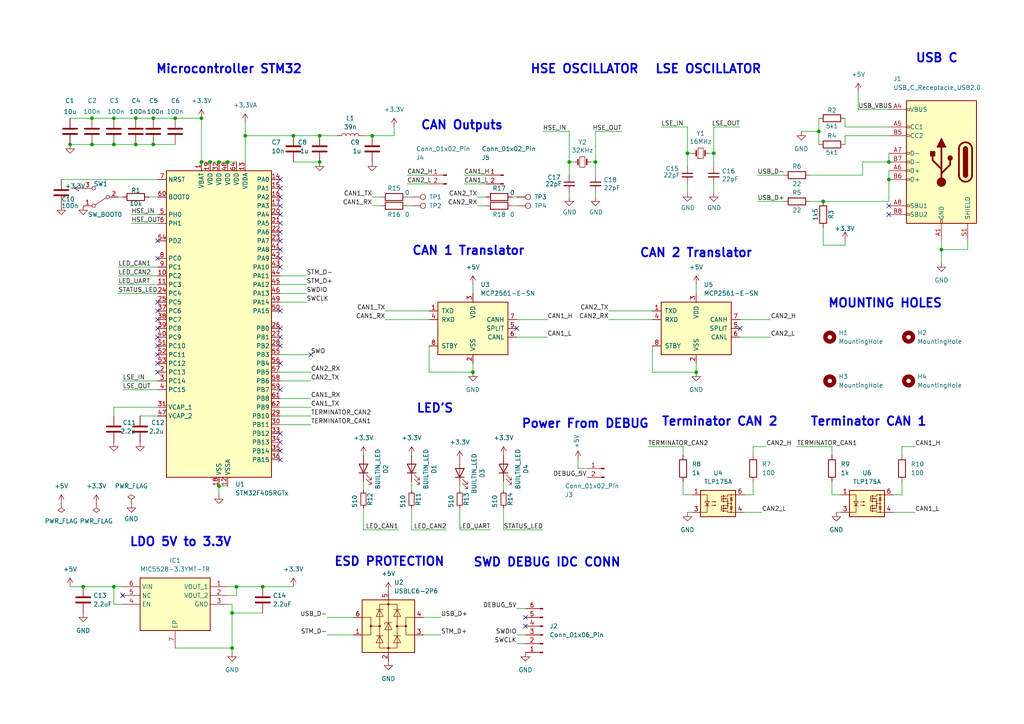
<source format=kicad_sch>
(kicad_sch (version 20230121) (generator eeschema)
  (paper "A4")
  (title_block (title "USB2CAN- CAN TO UART TRANSLATION") (date "2024-01-10") (rev "0.2") (company "Gdańsk PGRacingTeam") (comment 1 "Karol Pergoł") (comment 2 "Mieszko Celiński"))
  (junction (at 92.71 39.37))
  (junction (at 58.42 46.99))
  (junction (at 165.1 46.99))
  (junction (at 67.31 177.8))
  (junction (at 76.2 170.18))
  (junction (at 26.67 34.29))
  (junction (at 137.16 107.95))
  (junction (at 58.42 34.29))
  (junction (at 257.81 52.07))
  (junction (at 60.96 46.99))
  (junction (at 107.95 39.37))
  (junction (at 92.71 46.99))
  (junction (at 67.31 187.96))
  (junction (at 238.76 58.42))
  (junction (at 39.37 34.29))
  (junction (at 66.04 46.99))
  (junction (at 68.58 170.18))
  (junction (at 63.5 140.97))
  (junction (at 33.02 41.91))
  (junction (at 44.45 41.91))
  (junction (at 33.02 34.29))
  (junction (at 26.67 41.91))
  (junction (at 50.8 34.29))
  (junction (at 85.09 39.37))
  (junction (at 207.01 44.45))
  (junction (at 201.93 107.95))
  (junction (at 20.32 41.91))
  (junction (at 44.45 34.29))
  (junction (at 172.72 46.99))
  (junction (at 237.49 38.1))
  (junction (at 39.37 41.91))
  (junction (at 33.02 170.18))
  (junction (at 257.81 46.99))
  (junction (at 71.12 39.37))
  (junction (at 273.05 72.39))
  (junction (at 24.13 170.18))
  (junction (at 199.39 44.45))
  (junction (at 63.5 46.99))
  (no_connect (at 81.28 54.61))
  (no_connect (at 45.72 87.63))
  (no_connect (at 257.81 59.69))
  (no_connect (at 45.72 107.95))
  (no_connect (at 81.28 72.39))
  (no_connect (at 45.72 100.33))
  (no_connect (at 81.28 113.03))
  (no_connect (at 81.28 133.35))
  (no_connect (at 81.28 100.33))
  (no_connect (at 45.72 90.17))
  (no_connect (at 81.28 128.27))
  (no_connect (at 81.28 64.77))
  (no_connect (at 81.28 52.07))
  (no_connect (at 45.72 97.79))
  (no_connect (at 45.72 92.71))
  (no_connect (at 81.28 105.41))
  (no_connect (at 35.56 172.72))
  (no_connect (at 81.28 97.79))
  (no_connect (at 81.28 67.31))
  (no_connect (at 214.63 95.25))
  (no_connect (at 81.28 62.23))
  (no_connect (at 45.72 95.25))
  (no_connect (at 45.72 105.41))
  (no_connect (at 152.4 181.61))
  (no_connect (at 81.28 69.85))
  (no_connect (at 45.72 102.87))
  (no_connect (at 152.4 179.07))
  (no_connect (at 90.17 102.87))
  (no_connect (at 81.28 90.17))
  (no_connect (at 81.28 130.81))
  (no_connect (at 81.28 74.93))
  (no_connect (at 81.28 77.47))
  (no_connect (at 257.81 62.23))
  (no_connect (at 81.28 57.15))
  (no_connect (at 81.28 125.73))
  (no_connect (at 45.72 69.85))
  (no_connect (at 81.28 95.25))
  (no_connect (at 45.72 74.93))
  (no_connect (at 149.86 95.25))
  (no_connect (at 81.28 59.69))
  (wire (pts (xy 137.16 107.95) (xy 124.46 107.95)))
  (wire (pts (xy 200.66 143.51) (xy 198.12 143.51)))
  (wire (pts (xy 172.72 46.99) (xy 172.72 38.1)))
  (wire (pts (xy 85.09 46.99) (xy 92.71 46.99)))
  (wire (pts (xy 105.41 39.37) (xy 107.95 39.37)))
  (wire (pts (xy 81.28 80.01) (xy 88.9 80.01)))
  (wire (pts (xy 33.02 175.26) (xy 33.02 170.18)))
  (wire (pts (xy 149.86 92.71) (xy 158.75 92.71)))
  (wire (pts (xy 40.64 120.65) (xy 45.72 120.65)))
  (wire (pts (xy 245.11 71.12) (xy 245.11 69.85)))
  (wire (pts (xy 92.71 39.37) (xy 97.79 39.37)))
  (wire (pts (xy 133.35 153.67) (xy 142.24 153.67)))
  (wire (pts (xy 35.56 110.49) (xy 45.72 110.49)))
  (wire (pts (xy 33.02 34.29) (xy 39.37 34.29)))
  (wire (pts (xy 76.2 170.18) (xy 85.09 170.18)))
  (wire (pts (xy 133.35 147.32) (xy 133.35 153.67)))
  (wire (pts (xy 170.18 135.89) (xy 167.64 135.89)))
  (wire (pts (xy 191.77 36.83) (xy 199.39 36.83)))
  (wire (pts (xy 172.72 38.1) (xy 180.34 38.1)))
  (wire (pts (xy 68.58 170.18) (xy 76.2 170.18)))
  (wire (pts (xy 218.44 139.7) (xy 218.44 143.51)))
  (wire (pts (xy 214.63 97.79) (xy 223.52 97.79)))
  (wire (pts (xy 45.72 82.55) (xy 34.29 82.55)))
  (wire (pts (xy 63.5 140.97) (xy 66.04 140.97)))
  (wire (pts (xy 214.63 92.71) (xy 223.52 92.71)))
  (wire (pts (xy 111.76 90.17) (xy 124.46 90.17)))
  (wire (pts (xy 166.37 46.99) (xy 165.1 46.99)))
  (wire (pts (xy 172.72 55.88) (xy 172.72 57.15)))
  (wire (pts (xy 149.86 176.53) (xy 152.4 176.53)))
  (wire (pts (xy 257.81 44.45) (xy 257.81 46.99)))
  (wire (pts (xy 26.67 34.29) (xy 33.02 34.29)))
  (wire (pts (xy 257.81 31.75) (xy 248.92 31.75)))
  (wire (pts (xy 38.1 62.23) (xy 45.72 62.23)))
  (wire (pts (xy 207.01 53.34) (xy 207.01 55.88)))
  (wire (pts (xy 138.43 57.15) (xy 140.97 57.15)))
  (wire (pts (xy 146.05 139.7) (xy 146.05 142.24)))
  (wire (pts (xy 201.93 82.55) (xy 201.93 85.09)))
  (wire (pts (xy 245.11 71.12) (xy 238.76 71.12)))
  (wire (pts (xy 94.869 184.15) (xy 102.489 184.15)))
  (wire (pts (xy 71.12 39.37) (xy 71.12 46.99)))
  (wire (pts (xy 257.81 58.42) (xy 257.81 52.07)))
  (wire (pts (xy 124.46 107.95) (xy 124.46 100.33)))
  (wire (pts (xy 219.71 58.42) (xy 227.33 58.42)))
  (wire (pts (xy 176.53 92.71) (xy 189.23 92.71)))
  (wire (pts (xy 24.13 170.18) (xy 33.02 170.18)))
  (wire (pts (xy 68.58 170.18) (xy 68.58 172.72)))
  (wire (pts (xy 81.28 102.87) (xy 90.17 102.87)))
  (wire (pts (xy 257.81 39.37) (xy 245.11 39.37)))
  (wire (pts (xy 107.95 39.37) (xy 114.3 39.37)))
  (wire (pts (xy 35.56 113.03) (xy 45.72 113.03)))
  (wire (pts (xy 238.76 58.42) (xy 257.81 58.42)))
  (wire (pts (xy 218.44 132.08) (xy 218.44 129.54)))
  (wire (pts (xy 94.869 179.07) (xy 102.489 179.07)))
  (wire (pts (xy 137.16 105.41) (xy 137.16 107.95)))
  (wire (pts (xy 234.95 58.42) (xy 238.76 58.42)))
  (wire (pts (xy 232.41 38.1) (xy 237.49 38.1)))
  (wire (pts (xy 241.3 139.7) (xy 241.3 143.51)))
  (wire (pts (xy 119.38 153.67) (xy 129.54 153.67)))
  (wire (pts (xy 261.62 139.7) (xy 261.62 143.51)))
  (wire (pts (xy 67.31 175.26) (xy 67.31 177.8)))
  (wire (pts (xy 111.76 92.71) (xy 124.46 92.71)))
  (wire (pts (xy 234.95 50.8) (xy 250.19 50.8)))
  (wire (pts (xy 261.62 129.54) (xy 265.43 129.54)))
  (wire (pts (xy 118.11 50.8) (xy 124.46 50.8)))
  (wire (pts (xy 118.11 59.69) (xy 119.38 59.69)))
  (wire (pts (xy 245.11 39.37) (xy 245.11 41.91)))
  (wire (pts (xy 44.45 34.29) (xy 50.8 34.29)))
  (wire (pts (xy 149.86 57.15) (xy 148.59 57.15)))
  (wire (pts (xy 20.32 41.91) (xy 26.67 41.91)))
  (wire (pts (xy 67.31 187.96) (xy 67.31 189.23)))
  (wire (pts (xy 66.04 46.99) (xy 68.58 46.99)))
  (wire (pts (xy 171.45 46.99) (xy 172.72 46.99)))
  (wire (pts (xy 105.41 153.67) (xy 115.57 153.67)))
  (wire (pts (xy 105.41 139.7) (xy 105.41 142.24)))
  (wire (pts (xy 105.41 147.32) (xy 105.41 153.67)))
  (wire (pts (xy 261.62 132.08) (xy 261.62 129.54)))
  (wire (pts (xy 119.38 147.32) (xy 119.38 153.67)))
  (wire (pts (xy 242.57 148.59) (xy 243.84 148.59)))
  (wire (pts (xy 66.04 172.72) (xy 68.58 172.72)))
  (wire (pts (xy 118.11 53.34) (xy 124.46 53.34)))
  (wire (pts (xy 273.05 72.39) (xy 280.67 72.39)))
  (wire (pts (xy 241.3 132.08) (xy 241.3 129.54)))
  (wire (pts (xy 259.08 143.51) (xy 261.62 143.51)))
  (wire (pts (xy 165.1 46.99) (xy 165.1 50.8)))
  (wire (pts (xy 81.28 120.65) (xy 90.17 120.65)))
  (wire (pts (xy 237.49 38.1) (xy 237.49 41.91)))
  (wire (pts (xy 259.08 148.59) (xy 265.43 148.59)))
  (wire (pts (xy 58.42 46.99) (xy 60.96 46.99)))
  (wire (pts (xy 34.29 85.09) (xy 45.72 85.09)))
  (wire (pts (xy 176.53 90.17) (xy 189.23 90.17)))
  (wire (pts (xy 26.67 41.91) (xy 33.02 41.91)))
  (wire (pts (xy 237.49 38.1) (xy 237.49 34.29)))
  (wire (pts (xy 38.1 64.77) (xy 45.72 64.77)))
  (wire (pts (xy 280.67 72.39) (xy 280.67 69.85)))
  (wire (pts (xy 231.14 129.54) (xy 241.3 129.54)))
  (wire (pts (xy 71.12 35.56) (xy 71.12 39.37)))
  (wire (pts (xy 205.74 44.45) (xy 207.01 44.45)))
  (wire (pts (xy 133.35 140.97) (xy 133.35 142.24)))
  (wire (pts (xy 215.9 143.51) (xy 218.44 143.51)))
  (wire (pts (xy 60.96 46.99) (xy 63.5 46.99)))
  (wire (pts (xy 165.1 55.88) (xy 165.1 57.15)))
  (wire (pts (xy 172.72 46.99) (xy 172.72 50.8)))
  (wire (pts (xy 107.95 57.15) (xy 110.49 57.15)))
  (wire (pts (xy 81.28 82.55) (xy 88.9 82.55)))
  (wire (pts (xy 165.1 46.99) (xy 165.1 38.1)))
  (wire (pts (xy 215.9 148.59) (xy 220.98 148.59)))
  (wire (pts (xy 33.02 118.11) (xy 45.72 118.11)))
  (wire (pts (xy 81.28 87.63) (xy 88.9 87.63)))
  (wire (pts (xy 50.8 34.29) (xy 58.42 34.29)))
  (wire (pts (xy 149.86 97.79) (xy 158.75 97.79)))
  (wire (pts (xy 58.42 34.29) (xy 58.42 46.99)))
  (wire (pts (xy 20.32 170.18) (xy 24.13 170.18)))
  (wire (pts (xy 122.809 179.07) (xy 127.889 179.07)))
  (wire (pts (xy 250.19 46.99) (xy 257.81 46.99)))
  (wire (pts (xy 149.86 186.69) (xy 152.4 186.69)))
  (wire (pts (xy 207.01 36.83) (xy 214.63 36.83)))
  (wire (pts (xy 67.31 177.8) (xy 67.31 187.96)))
  (wire (pts (xy 167.64 135.89) (xy 167.64 133.35)))
  (wire (pts (xy 245.11 34.29) (xy 245.11 36.83)))
  (wire (pts (xy 35.56 175.26) (xy 33.02 175.26)))
  (wire (pts (xy 114.3 36.83) (xy 114.3 39.37)))
  (wire (pts (xy 187.96 129.54) (xy 198.12 129.54)))
  (wire (pts (xy 81.28 107.95) (xy 90.17 107.95)))
  (wire (pts (xy 146.05 147.32) (xy 146.05 153.67)))
  (wire (pts (xy 71.12 39.37) (xy 85.09 39.37)))
  (wire (pts (xy 43.18 57.15) (xy 45.72 57.15)))
  (wire (pts (xy 34.29 57.15) (xy 35.56 57.15)))
  (wire (pts (xy 200.66 44.45) (xy 199.39 44.45)))
  (wire (pts (xy 149.86 59.69) (xy 148.59 59.69)))
  (wire (pts (xy 81.28 85.09) (xy 88.9 85.09)))
  (wire (pts (xy 245.11 36.83) (xy 257.81 36.83)))
  (wire (pts (xy 138.43 59.69) (xy 140.97 59.69)))
  (wire (pts (xy 149.86 184.15) (xy 152.4 184.15)))
  (wire (pts (xy 273.05 69.85) (xy 273.05 72.39)))
  (wire (pts (xy 207.01 44.45) (xy 207.01 36.83)))
  (wire (pts (xy 33.02 170.18) (xy 35.56 170.18)))
  (wire (pts (xy 189.23 107.95) (xy 189.23 100.33)))
  (wire (pts (xy 20.32 34.29) (xy 26.67 34.29)))
  (wire (pts (xy 219.71 50.8) (xy 227.33 50.8)))
  (wire (pts (xy 34.29 80.01) (xy 45.72 80.01)))
  (wire (pts (xy 257.81 49.53) (xy 257.81 52.07)))
  (wire (pts (xy 119.38 139.7) (xy 119.38 142.24)))
  (wire (pts (xy 39.37 41.91) (xy 44.45 41.91)))
  (wire (pts (xy 107.95 59.69) (xy 110.49 59.69)))
  (wire (pts (xy 199.39 44.45) (xy 199.39 48.26)))
  (wire (pts (xy 199.39 53.34) (xy 199.39 55.88)))
  (wire (pts (xy 137.16 82.55) (xy 137.16 85.09)))
  (wire (pts (xy 34.29 77.47) (xy 45.72 77.47)))
  (wire (pts (xy 33.02 41.91) (xy 39.37 41.91)))
  (wire (pts (xy 199.39 148.59) (xy 200.66 148.59)))
  (wire (pts (xy 63.5 140.97) (xy 63.5 143.51)))
  (wire (pts (xy 85.09 39.37) (xy 92.71 39.37)))
  (wire (pts (xy 44.45 41.91) (xy 50.8 41.91)))
  (wire (pts (xy 66.04 175.26) (xy 67.31 175.26)))
  (wire (pts (xy 165.1 38.1) (xy 157.48 38.1)))
  (wire (pts (xy 50.8 187.96) (xy 67.31 187.96)))
  (wire (pts (xy 273.05 72.39) (xy 273.05 76.2)))
  (wire (pts (xy 199.39 44.45) (xy 199.39 36.83)))
  (wire (pts (xy 248.92 31.75) (xy 248.92 26.67)))
  (wire (pts (xy 81.28 110.49) (xy 90.17 110.49)))
  (wire (pts (xy 134.62 53.34) (xy 140.97 53.34)))
  (wire (pts (xy 122.809 184.15) (xy 127.889 184.15)))
  (wire (pts (xy 81.28 123.19) (xy 90.17 123.19)))
  (wire (pts (xy 134.62 50.8) (xy 140.97 50.8)))
  (wire (pts (xy 218.44 129.54) (xy 222.25 129.54)))
  (wire (pts (xy 33.02 120.65) (xy 33.02 118.11)))
  (wire (pts (xy 81.28 115.57) (xy 90.17 115.57)))
  (wire (pts (xy 17.78 52.07) (xy 45.72 52.07)))
  (wire (pts (xy 146.05 153.67) (xy 157.48 153.67)))
  (wire (pts (xy 238.76 71.12) (xy 238.76 66.04)))
  (wire (pts (xy 207.01 44.45) (xy 207.01 48.26)))
  (wire (pts (xy 198.12 139.7) (xy 198.12 143.51)))
  (wire (pts (xy 118.11 57.15) (xy 119.38 57.15)))
  (wire (pts (xy 81.28 118.11) (xy 90.17 118.11)))
  (wire (pts (xy 67.31 177.8) (xy 76.2 177.8)))
  (wire (pts (xy 250.19 50.8) (xy 250.19 46.99)))
  (wire (pts (xy 39.37 34.29) (xy 44.45 34.29)))
  (wire (pts (xy 243.84 143.51) (xy 241.3 143.51)))
  (wire (pts (xy 201.93 107.95) (xy 189.23 107.95)))
  (wire (pts (xy 201.93 105.41) (xy 201.93 107.95)))
  (wire (pts (xy 66.04 170.18) (xy 68.58 170.18)))
  (wire (pts (xy 63.5 46.99) (xy 66.04 46.99)))
  (wire (pts (xy 198.12 132.08) (xy 198.12 129.54)))
  (text "Microcontroller STM32 \n" (at 45.085 21.59 0) (effects (font (size 2.5 2.5) (thickness 0.5) bold) (justify left bottom)))
  (text "Power From DEBUG\n" (at 151.13 124.46 0) (effects (font (size 2.5 2.5) (thickness 0.5) bold) (justify left bottom)))
  (text "CAN 2 Translator\n" (at 185.42 74.93 0) (effects (font (size 2.5 2.5) bold) (justify left bottom)))
  (text "LED'S\n" (at 120.65 120.015 0) (effects (font (size 2.5 2.5) bold) (justify left bottom)))
  (text "MOUNTING HOLES\n" (at 240.03 89.535 0) (effects (font (size 2.5 2.5) bold) (justify left bottom)))
  (text "CAN Outputs\n\n" (at 121.92 41.91 0) (effects (font (size 2.5 2.5) (thickness 0.5) bold) (justify left bottom)))
  (text "SWD DEBUG IDC CONN\n\n\n" (at 137.16 172.72 0) (effects (font (size 2.5 2.5) bold) (justify left bottom)))
  (text "USB C\n" (at 265.43 18.415 0) (effects (font (size 2.5 2.5) bold) (justify left bottom)))
  (text "Terminator CAN 2\n" (at 191.77 123.825 0) (effects (font (size 2.5 2.5) bold) (justify left bottom)))
  (text "LSE OSCILLATOR" (at 189.865 21.59 0) (effects (font (size 2.5 2.5) bold) (justify left bottom)))
  (text "LDO 5V to 3.3V \n" (at 37.465 158.75 0) (effects (font (size 2.5 2.5) (thickness 0.5) bold) (justify left bottom)))
  (text "Terminator CAN 1\n" (at 234.95 123.825 0) (effects (font (size 2.5 2.5) bold) (justify left bottom)))
  (text "CAN 1 Translator\n" (at 119.38 74.295 0) (effects (font (size 2.5 2.5) bold) (justify left bottom)))
  (text "ESD PROTECTION" (at 96.774 164.465 0) (effects (font (size 2.5 2.5) bold) (justify left bottom)))
  (text "HSE OSCILLATOR" (at 153.67 21.59 0) (effects (font (size 2.5 2.5) bold) (justify left bottom)))
  (label "STATUS_LED" (at 34.29 85.09 0))
  (label "LED_CAN1" (at 34.29 77.47 0))
  (label "CAN2_TX" (at 176.53 90.17 180))
  (label "STM_D+" (at 88.9 82.55 0))
  (label "LSE_OUT" (at 35.56 113.03 0))
  (label "CAN1_RX" (at 111.76 92.71 180))
  (label "CAN2_L" (at 118.11 53.34 0))
  (label "CAN2_H" (at 222.25 129.54 0))
  (label "CAN1_L" (at 158.75 97.79 0))
  (label "CAN2_L" (at 223.52 97.79 0))
  (label "CAN1_TX" (at 90.17 118.11 0))
  (label "CAN1_RX" (at 90.17 115.57 0))
  (label "STM_D-" (at 94.869 184.15 180))
  (label "HSE_IN" (at 157.48 38.1 0))
  (label "CAN2_H" (at 118.11 50.8 0))
  (label "STM_D+" (at 127.889 184.15 0))
  (label "SWCLK" (at 149.86 186.69 180))
  (label "CAN1_H" (at 158.75 92.71 0))
  (label "USB_D-" (at 94.869 179.07 180))
  (label "USB_D+" (at 127.889 179.07 0))
  (label "HSE_OUT" (at 38.1 64.77 0))
  (label "TERMINATOR_CAN2" (at 90.17 120.65 0))
  (label "TERMINATOR_CAN2" (at 187.96 129.54 0))
  (label "CAN1_RX" (at 107.95 59.69 180))
  (label "CAN2_RX" (at 90.17 107.95 0))
  (label "LSE_IN" (at 35.56 110.49 0))
  (label "LED_CAN2" (at 129.54 153.67 180))
  (label "CAN2_RX" (at 176.53 92.71 180))
  (label "CAN1_H" (at 134.62 50.8 0))
  (label "SWCLK" (at 88.9 87.63 0))
  (label "STATUS_LED" (at 157.48 153.67 180))
  (label "USB_VBUS" (at 248.92 31.75 0))
  (label "LED_UART" (at 34.29 82.55 0))
  (label "LSE_IN" (at 191.77 36.83 0))
  (label "DEBUG_5V" (at 170.18 138.43 180))
  (label "LED_CAN1" (at 115.57 153.67 180))
  (label "TERMINATOR_CAN1" (at 231.14 129.54 0))
  (label "USB_D-" (at 219.71 50.8 0))
  (label "SWO" (at 90.17 102.87 0))
  (label "CAN2_TX" (at 138.43 57.15 180))
  (label "USB_D+" (at 219.71 58.42 0))
  (label "LED_CAN2" (at 34.29 80.01 0))
  (label "SWDIO" (at 88.9 85.09 0))
  (label "CAN2_TX" (at 90.17 110.49 0))
  (label "CAN1_L" (at 265.43 148.59 0))
  (label "CAN2_RX" (at 138.43 59.69 180))
  (label "SWDIO" (at 149.86 184.15 180))
  (label "CAN1_TX" (at 107.95 57.15 180))
  (label "HSE_IN" (at 38.1 62.23 0))
  (label "TERMINATOR_CAN1" (at 90.17 123.19 0))
  (label "CAN2_L" (at 220.98 148.59 0))
  (label "CAN1_H" (at 265.43 129.54 0))
  (label "CAN1_L" (at 134.62 53.34 0))
  (label "CAN1_TX" (at 111.76 90.17 180))
  (label "LSE_OUT" (at 214.63 36.83 180))
  (label "DEBUG_5V" (at 149.86 176.53 180))
  (label "LED_UART" (at 142.24 153.67 180))
  (label "CAN2_H" (at 223.52 92.71 0))
  (label "HSE_OUT" (at 180.34 38.1 180))
  (label "STM_D-" (at 88.9 80.01 0))
  (symbol (lib_id "Device:C") (at 26.67 38.1 0) (unit 1)
    (property "Reference" "C2" (at 25.4 29.21 0) (effects (justify left)))
    (property "Value" "100n" (at 24.13 32.385 0) (effects (justify left)))
    (property "Footprint" "Capacitor_SMD:C_0402_1005Metric_Pad0.74x0.62mm_HandSolder" (effects hide))
  )
  (symbol (lib_id "power:GND") (at 33.02 128.27 0) (unit 1)
    (property "Reference" "#PWR010" (effects hide))
    (property "Value" "GND" (effects hide))
  )
  (symbol (lib_id "Mechanical:MountingHole") (at 263.525 110.49 0) (unit 1)
    (property "Reference" "H4" (at 266.065 109.22 0) (effects (justify left)))
    (property "Value" "MountingHole" (at 266.065 111.76 0) (effects (justify left)))
    (property "Footprint" "MountingHole:MountingHole_2.1mm" (effects hide))
  )
  (symbol (lib_id "Device:R") (at 238.76 62.23 0) (unit 1)
    (property "Reference" "R3" (at 241.046 62.23 90))
    (property "Value" "1k5" (at 236.474 62.23 90))
    (property "Footprint" "Resistor_SMD:R_0603_1608Metric" (effects hide))
  )
  (symbol (lib_id "Device:R") (at 231.14 58.42 90) (unit 1)
    (property "Reference" "R5" (at 231.14 55.88 90))
    (property "Value" "22" (at 231.14 60.96 90))
    (property "Footprint" "Resistor_SMD:R_0603_1608Metric" (effects hide))
  )
  (symbol (lib_id "Device:C_Small") (at 207.01 50.8 0) (unit 1)
    (property "Reference" "C16" (at 209.3468 49.6316 0) (effects (justify left)))
    (property "Value" "22pF" (at 209.3468 51.943 0) (effects (justify left)))
    (property "Footprint" "Capacitor_SMD:C_0402_1005Metric_Pad0.74x0.62mm_HandSolder" (effects hide))
  )
  (symbol (lib_id "Device:Crystal_Small") (at 203.2 44.45 0) (unit 1)
    (property "Reference" "Y1" (at 203.2 38.735 0))
    (property "Value" "16MHz" (at 203.2 41.0464 0))
    (property "Footprint" "Crystal:Crystal_SMD_5032-2Pin_5.0x3.2mm" (effects hide))
  )
  (symbol (lib_id "power:GND") (at 201.93 107.95 0) (unit 1)
    (property "Reference" "#PWR031" (effects hide))
    (property "Value" "GND" (at 201.93 113.03 0))
  )
  (symbol (lib_id "power:GND") (at 24.13 177.8 0) (unit 1)
    (property "Reference" "#PWR016" (effects hide))
    (property "Value" "GND" (at 24.13 182.88 0))
  )
  (symbol (lib_id "power:+3.3VA") (at 71.12 35.56 0) (unit 1)
    (property "Reference" "#PWR03" (effects hide))
    (property "Value" "+3.3VA" (at 71.12 30.48 0))
  )
  (symbol (lib_id "power:+3.3V") (at 114.3 36.83 0) (unit 1)
    (property "Reference" "#PWR06" (effects hide))
    (property "Value" "+3.3V" (at 114.3 31.75 0))
  )
  (symbol (lib_id "Device:R") (at 241.3 34.29 90) (unit 1)
    (property "Reference" "R2" (at 241.3 32.004 90))
    (property "Value" "5k1" (at 241.3 36.576 90))
    (property "Footprint" "Resistor_SMD:R_0603_1608Metric" (effects hide))
  )
  (symbol (lib_id "Connector:TestPoint") (at 119.38 57.15 270) (unit 1)
    (property "Reference" "TP1" (at 124.46 57.15 90) (effects (justify left)))
    (property "Value" "TestPoint" (effects hide))
    (property "Footprint" "TestPoint:TestPoint_Pad_1.5x1.5mm" (effects hide))
  )
  (symbol (lib_id "Device:C") (at 33.02 38.1 0) (unit 1)
    (property "Reference" "C3" (at 31.75 29.21 0) (effects (justify left)))
    (property "Value" "100n" (at 31.115 32.385 0) (effects (justify left)))
    (property "Footprint" "Capacitor_SMD:C_0402_1005Metric_Pad0.74x0.62mm_HandSolder" (effects hide))
  )
  (symbol (lib_id "power:GND") (at 137.16 107.95 0) (unit 1)
    (property "Reference" "#PWR022" (effects hide))
    (property "Value" "GND" (at 137.16 113.03 0))
  )
  (symbol (lib_id "Device:C_Small") (at 165.1 53.34 0) (unit 1)
    (property "Reference" "C17" (at 158.75 51.435 0) (effects (justify left)))
    (property "Value" "22pF" (at 158.115 53.34 0) (effects (justify left)))
    (property "Footprint" "Capacitor_SMD:C_0402_1005Metric_Pad0.74x0.62mm_HandSolder" (effects hide))
  )
  (symbol (lib_id "power:GND") (at 232.41 38.1 0) (unit 1)
    (property "Reference" "#PWR014" (effects hide))
    (property "Value" "GND" (at 232.41 43.18 0))
  )
  (symbol (lib_id "power:GND") (at 67.31 189.23 0) (unit 1)
    (property "Reference" "#PWR017" (effects hide))
    (property "Value" "GND" (at 67.31 194.31 0))
  )
  (symbol (lib_id "Device:LED") (at 133.35 137.16 90) (unit 1)
    (property "Reference" "D3" (at 139.827 137.3378 0))
    (property "Value" "BUILTIN_LED" (at 137.5156 137.3378 0))
    (property "Footprint" "LED_SMD:LED_0805_2012Metric" (effects hide))
  )
  (symbol (lib_id "power:PWR_FLAG") (at 17.78 146.05 180) (unit 1)
    (property "Reference" "#FLG01" (effects hide))
    (property "Value" "PWR_FLAG" (at 17.78 151.13 0))
  )
  (symbol (lib_id "Device:C_Small") (at 172.72 53.34 0) (unit 1)
    (property "Reference" "C18" (at 175.0568 52.1716 0) (effects (justify left)))
    (property "Value" "22pF" (at 175.0568 54.483 0) (effects (justify left)))
    (property "Footprint" "Capacitor_SMD:C_0402_1005Metric_Pad0.74x0.62mm_HandSolder" (effects hide))
  )
  (symbol (lib_id "power:+5V") (at 248.92 26.67 0) (unit 1)
    (property "Reference" "#PWR028" (effects hide))
    (property "Value" "+5V" (at 248.92 21.59 0))
  )
  (symbol (lib_id "Connector:USB_C_Receptacle_USB2.0") (at 273.05 46.99 0) (mirror y) (unit 1)
    (property "Reference" "J1" (at 259.08 22.86 0) (effects (justify right)))
    (property "Value" "USB_C_Receptacle_USB2.0" (at 259.08 25.4 0) (effects (justify right)))
    (property "Footprint" "Connector_USB:USB_C_Receptacle_GCT_USB4085" (effects hide))
    (property "Datasheet" "https://www.usb.org/sites/default/files/documents/usb_type-c.zip" (effects hide))
  )
  (symbol (lib_id "power:GND") (at 92.71 46.99 0) (unit 1)
    (property "Reference" "#PWR04" (effects hide))
    (property "Value" "GND" (effects hide))
  )
  (symbol (lib_id "power:GND") (at 24.13 59.69 0) (unit 1)
    (property "Reference" "#PWR09" (effects hide))
    (property "Value" "GND" (effects hide))
  )
  (symbol (lib_id "Device:C") (at 33.02 124.46 0) (unit 1)
    (property "Reference" "C11" (at 35.56 122.555 0) (effects (justify left)))
    (property "Value" "2.2u" (at 34.925 125.095 0) (effects (justify left)))
    (property "Footprint" "Capacitor_SMD:C_0402_1005Metric_Pad0.74x0.62mm_HandSolder" (effects hide))
  )
  (symbol (lib_id "Device:R") (at 144.78 57.15 90) (unit 1)
    (property "Reference" "R17" (at 144.78 54.61 90))
    (property "Value" "0" (at 148.59 55.88 90))
    (property "Footprint" "Resistor_SMD:R_0402_1005Metric_Pad0.72x0.64mm_HandSolder" (effects hide))
  )
  (symbol (lib_id "Connector:Conn_01x02_Pin") (at 175.26 135.89 0) (mirror y) (unit 1)
    (property "Reference" "J3" (at 163.83 143.51 0) (effects (justify right)))
    (property "Value" "Conn_01x02_Pin" (at 163.83 140.97 0) (effects (justify right)))
    (property "Footprint" "Connector_PinHeader_2.00mm:PinHeader_1x02_P2.00mm_Vertical" (effects hide))
  )
  (symbol (lib_id "Device:R") (at 114.3 59.69 90) (unit 1)
    (property "Reference" "R16" (at 114.3 62.23 90))
    (property "Value" "0" (at 118.11 62.23 90))
    (property "Footprint" "Resistor_SMD:R_0402_1005Metric_Pad0.72x0.64mm_HandSolder" (effects hide))
  )
  (symbol (lib_id "power:GND") (at 112.649 191.77 0) (unit 1)
    (property "Reference" "#PWR037" (effects hide))
    (property "Value" "GND" (at 112.649 196.85 0))
  )
  (symbol (lib_id "Device:R") (at 231.14 50.8 90) (unit 1)
    (property "Reference" "R6" (at 231.14 48.26 90))
    (property "Value" "22" (at 231.14 53.34 90))
    (property "Footprint" "Resistor_SMD:R_0603_1608Metric" (effects hide))
  )
  (symbol (lib_id "power:GND") (at 199.39 148.59 0) (unit 1)
    (property "Reference" "#PWR023" (effects hide))
    (property "Value" "GND" (at 199.39 153.67 0))
  )
  (symbol (lib_id "Device:C") (at 17.78 55.88 0) (unit 1)
    (property "Reference" "C10" (at 17.78 57.785 0) (effects (justify left)))
    (property "Value" "100n" (at 17.78 59.69 0) (effects (justify left)))
    (property "Footprint" "Capacitor_SMD:C_0402_1005Metric_Pad0.74x0.62mm_HandSolder" (effects hide))
  )
  (symbol (lib_id "Relay_SolidState:TLP175A") (at 251.46 146.05 0) (unit 1)
    (property "Reference" "U6" (at 251.46 137.16 0))
    (property "Value" "TLP175A" (at 251.46 139.7 0))
    (property "Footprint" "Package_SO:MFSOP6-4_4.4x3.6mm_P1.27mm" (effects hide))
    (property "Datasheet" "https://toshiba.semicon-storage.com/info/docget.jsp?did=13665&prodName=TLP175A" (effects hide))
  )
  (symbol (lib_id "Device:R_Small") (at 133.35 144.78 0) (unit 1)
    (property "Reference" "R13" (at 135.255 144.78 90))
    (property "Value" "510" (at 130.81 145.415 90))
    (property "Footprint" "Resistor_SMD:R_0402_1005Metric_Pad0.72x0.64mm_HandSolder" (effects hide))
  )
  (symbol (lib_id "Connector:Conn_01x02_Pin") (at 146.05 50.8 0) (mirror y) (unit 1)
    (property "Reference" "J5" (at 139.7 45.72 0) (effects (justify right)))
    (property "Value" "Conn_01x02_Pin" (at 139.7 43.18 0) (effects (justify right)))
    (property "Footprint" "Connector_PinHeader_2.54mm:PinHeader_1x02_P2.54mm_Vertical" (effects hide))
  )
  (symbol (lib_id "Connector:Conn_01x02_Pin") (at 129.54 50.8 0) (mirror y) (unit 1)
    (property "Reference" "J4" (at 120.65 45.72 0) (effects (justify right)))
    (property "Value" "Conn_01x02_Pin" (at 120.65 43.18 0) (effects (justify right)))
    (property "Footprint" "Connector_PinHeader_2.54mm:PinHeader_1x02_P2.54mm_Vertical" (effects hide))
  )
  (symbol (lib_id "Device:C") (at 20.32 38.1 0) (mirror y) (unit 1)
    (property "Reference" "C1" (at 21.59 29.21 0) (effects (justify left)))
    (property "Value" "10u" (at 22.225 32.385 0) (effects (justify left)))
    (property "Footprint" "Capacitor_SMD:C_0402_1005Metric_Pad0.74x0.62mm_HandSolder" (effects hide))
  )
  (symbol (lib_id "Connector:Conn_01x06_Pin") (at 157.48 184.15 180) (unit 1)
    (property "Reference" "J2" (at 159.385 181.61 0) (effects (justify right)))
    (property "Value" "Conn_01x06_Pin" (at 159.385 184.15 0) (effects (justify right)))
    (property "Footprint" "IDC:IDC_SMD_3PIN" (effects hide))
  )
  (symbol (lib_id "Device:C") (at 39.37 38.1 0) (unit 1)
    (property "Reference" "C4" (at 38.1 29.21 0) (effects (justify left)))
    (property "Value" "100n" (at 37.465 32.385 0) (effects (justify left)))
    (property "Footprint" "Capacitor_SMD:C_0402_1005Metric_Pad0.74x0.62mm_HandSolder" (effects hide))
  )
  (symbol (lib_id "power:GND") (at 152.4 189.23 0) (unit 1)
    (property "Reference" "#PWR036" (effects hide))
    (property "Value" "GND" (at 152.4 194.31 0))
  )
  (symbol (lib_id "power:+3.3V") (at 133.35 133.35 0) (unit 1)
    (property "Reference" "#PWR034" (effects hide))
    (property "Value" "+3.3V" (at 133.35 128.27 0))
  )
  (symbol (lib_id "power:+3.3V") (at 245.11 69.85 0) (unit 1)
    (property "Reference" "#PWR013" (effects hide))
    (property "Value" "+3.3V" (at 244.983 66.294 0))
  )
  (symbol (lib_id "power:PWR_FLAG") (at 38.1 146.05 0) (unit 1)
    (property "Reference" "#FLG03" (effects hide))
    (property "Value" "PWR_FLAG" (at 38.1 140.97 0))
  )
  (symbol (lib_id "Relay_SolidState:TLP175A") (at 208.28 146.05 0) (unit 1)
    (property "Reference" "U4" (at 208.28 137.16 0))
    (property "Value" "TLP175A" (at 208.28 139.7 0))
    (property "Footprint" "Package_SO:MFSOP6-4_4.4x3.6mm_P1.27mm" (effects hide))
    (property "Datasheet" "https://toshiba.semicon-storage.com/info/docget.jsp?did=13665&prodName=TLP175A" (effects hide))
  )
  (symbol (lib_id "power:GND") (at 172.72 57.15 0) (unit 1)
    (property "Reference" "#PWR027" (effects hide))
    (property "Value" "GND" (at 172.847 61.5442 0))
  )
  (symbol (lib_id "power:GND") (at 38.1 146.05 0) (unit 1)
    (property "Reference" "#PWR041" (effects hide))
    (property "Value" "GND" (at 38.1 150.495 0))
  )
  (symbol (lib_id "Connector:TestPoint") (at 149.86 59.69 270) (unit 1)
    (property "Reference" "TP4" (at 154.94 59.69 90) (effects (justify left)))
    (property "Value" "TestPoint" (effects hide))
    (property "Footprint" "TestPoint:TestPoint_Pad_1.5x1.5mm" (effects hide))
  )
  (symbol (lib_id "Mechanical:MountingHole") (at 240.665 97.79 0) (unit 1)
    (property "Reference" "H1" (at 243.205 96.52 0) (effects (justify left)))
    (property "Value" "MountingHole" (at 243.205 99.06 0) (effects (justify left)))
    (property "Footprint" "MountingHole:MountingHole_2.1mm" (effects hide))
  )
  (symbol (lib_id "Device:Crystal_Small") (at 168.91 46.99 0) (unit 1)
    (property "Reference" "Y2" (at 168.91 41.275 0))
    (property "Value" "32KHz" (at 168.91 43.5864 0))
    (property "Footprint" "Crystal:Crystal_SMD_3215-2Pin_3.2x1.5mm" (effects hide))
  )
  (symbol (lib_id "power:GND") (at 199.39 55.88 0) (unit 1)
    (property "Reference" "#PWR024" (effects hide))
    (property "Value" "GND" (at 199.517 60.2742 0))
  )
  (symbol (lib_id "power:+3.3V") (at 58.42 34.29 0) (unit 1)
    (property "Reference" "#PWR02" (effects hide))
    (property "Value" "+3.3V" (at 58.42 29.21 0))
  )
  (symbol (lib_id "Device:LED") (at 119.38 135.89 90) (unit 1)
    (property "Reference" "D1" (at 125.857 136.0678 0))
    (property "Value" "BUILTIN_LED" (at 123.5456 136.0678 0))
    (property "Footprint" "LED_SMD:LED_0805_2012Metric" (effects hide))
  )
  (symbol (lib_id "Device:R_Small") (at 146.05 144.78 0) (unit 1)
    (property "Reference" "R14" (at 147.955 144.78 90))
    (property "Value" "510" (at 143.51 145.415 90))
    (property "Footprint" "Resistor_SMD:R_0402_1005Metric_Pad0.72x0.64mm_HandSolder" (effects hide))
  )
  (symbol (lib_id "power:GND") (at 40.64 128.27 0) (unit 1)
    (property "Reference" "#PWR011" (effects hide))
    (property "Value" "GND" (effects hide))
  )
  (symbol (lib_id "Device:R") (at 241.3 135.89 0) (unit 1)
    (property "Reference" "R9" (at 243.84 134.62 0) (effects (justify left)))
    (property "Value" "1k" (at 243.84 137.16 0) (effects (justify left)))
    (property "Footprint" "Resistor_SMD:R_0603_1608Metric" (effects hide))
  )
  (symbol (lib_id "Device:L") (at 101.6 39.37 90) (unit 1)
    (property "Reference" "L1" (at 101.6 34.29 90))
    (property "Value" "39n" (at 101.6 36.83 90))
    (property "Footprint" "Inductor_SMD:L_0805_2012Metric_Pad1.15x1.40mm_HandSolder" (effects hide))
  )
  (symbol (lib_id "Device:C_Small") (at 199.39 50.8 0) (unit 1)
    (property "Reference" "C15" (at 193.04 48.895 0) (effects (justify left)))
    (property "Value" "22pF" (at 192.405 50.8 0) (effects (justify left)))
    (property "Footprint" "Capacitor_SMD:C_0402_1005Metric_Pad0.74x0.62mm_HandSolder" (effects hide))
  )
  (symbol (lib_id "power:GND") (at 207.01 55.88 0) (unit 1)
    (property "Reference" "#PWR025" (effects hide))
    (property "Value" "GND" (at 207.137 60.2742 0))
  )
  (symbol (lib_id "Device:R_Small") (at 105.41 144.78 0) (unit 1)
    (property "Reference" "R12" (at 107.315 144.78 90))
    (property "Value" "510" (at 102.87 145.415 90))
    (property "Footprint" "Resistor_SMD:R_0402_1005Metric_Pad0.72x0.64mm_HandSolder" (effects hide))
  )
  (symbol (lib_id "Device:R") (at 261.62 135.89 0) (unit 1)
    (property "Reference" "R10" (at 264.16 134.62 0) (effects (justify left)))
    (property "Value" "100" (at 264.16 137.16 0) (effects (justify left)))
    (property "Footprint" "Resistor_SMD:R_0603_1608Metric" (effects hide))
  )
  (symbol (lib_id "power:GND") (at 165.1 57.15 0) (unit 1)
    (property "Reference" "#PWR026" (effects hide))
    (property "Value" "GND" (at 165.227 61.5442 0))
  )
  (symbol (lib_id "Device:C") (at 92.71 43.18 0) (unit 1)
    (property "Reference" "C8" (at 86.36 41.275 0) (effects (justify left)))
    (property "Value" "1u" (at 86.995 43.815 0) (effects (justify left)))
    (property "Footprint" "Capacitor_SMD:C_0402_1005Metric_Pad0.74x0.62mm_HandSolder" (effects hide))
  )
  (symbol (lib_id "power:GND") (at 63.5 143.51 0) (unit 1)
    (property "Reference" "#PWR012" (effects hide))
    (property "Value" "GND" (effects hide))
  )
  (symbol (lib_id "power:GND") (at 273.05 76.2 0) (unit 1)
    (property "Reference" "#PWR015" (effects hide))
    (property "Value" "GND" (at 273.05 81.28 0))
  )
  (symbol (lib_id "Device:LED") (at 105.41 135.89 90) (unit 1)
    (property "Reference" "D2" (at 111.887 136.0678 0))
    (property "Value" "BUILTIN_LED" (at 109.5756 136.0678 0))
    (property "Footprint" "LED_SMD:LED_0805_2012Metric" (effects hide))
  )
  (symbol (lib_id "power:+3.3V") (at 105.41 132.08 0) (unit 1)
    (property "Reference" "#PWR021" (effects hide))
    (property "Value" "+3.3V" (at 105.41 127 0))
  )
  (symbol (lib_id "power:+3.3V") (at 85.09 170.18 0) (unit 1)
    (property "Reference" "#PWR018" (effects hide))
    (property "Value" "+3.3V" (at 85.09 165.1 0))
  )
  (symbol (lib_id "Device:R") (at 198.12 135.89 0) (unit 1)
    (property "Reference" "R8" (at 200.66 134.62 0) (effects (justify left)))
    (property "Value" "1k" (at 200.66 137.16 0) (effects (justify left)))
    (property "Footprint" "Resistor_SMD:R_0603_1608Metric" (effects hide))
  )
  (symbol (lib_id "power:GND") (at 107.95 46.99 0) (unit 1)
    (property "Reference" "#PWR05" (effects hide))
    (property "Value" "GND" (effects hide))
  )
  (symbol (lib_id "power:GND") (at 17.78 59.69 0) (unit 1)
    (property "Reference" "#PWR07" (effects hide))
    (property "Value" "GND" (effects hide))
  )
  (symbol (lib_id "Connector:TestPoint") (at 119.38 59.69 270) (unit 1)
    (property "Reference" "TP2" (at 124.46 59.69 90) (effects (justify left)))
    (property "Value" "TestPoint" (effects hide))
    (property "Footprint" "TestPoint:TestPoint_Pad_1.5x1.5mm" (effects hide))
  )
  (symbol (lib_id "MIC5528-3.3YMT-TR:MIC5528-3.3YMT-TR") (at 66.04 170.18 0) (mirror y) (unit 1)
    (property "Reference" "IC1" (at 50.8 162.56 0))
    (property "Value" "MIC5528-3.3YMT-TR" (at 50.8 165.1 0))
    (property "Footprint" "MIC5528-3.3YMT-TR:SON40P120X120X60-7N-D" (effects hide))
    (property "Datasheet" "https://ww1.microchip.com/downloads/en/DeviceDoc/MIC5528-High-Performance-500mA-LDO-in-Thin-and-Extra-Thin-DFN-Packages-DS20005982B.pdf" (effects hide))
    (property "Height" "0.6" (effects hide))
    (property "Mouser Part Number" "998-MIC5528-3.3YMTTR" (effects hide))
    (property "Mouser Price/Stock" "https://www.mouser.co.uk/ProductDetail/Microchip-Technology/MIC5528-3.3YMT-TR?qs=U6T8BxXiZAXEO0XtzncCuQ%3D%3D" (effects hide))
    (property "Manufacturer_Name" "Microchip" (effects hide))
    (property "Manufacturer_Part_Number" "MIC5528-3.3YMT-TR" (effects hide))
  )
  (symbol (lib_id "Device:C") (at 44.45 38.1 0) (unit 1)
    (property "Reference" "C5" (at 43.18 29.21 0) (effects (justify left)))
    (property "Value" "100n" (at 42.545 32.385 0) (effects (justify left)))
    (property "Footprint" "Capacitor_SMD:C_0402_1005Metric_Pad0.74x0.62mm_HandSolder" (effects hide))
  )
  (symbol (lib_id "power:GND") (at 242.57 148.59 0) (unit 1)
    (property "Reference" "#PWR032" (effects hide))
    (property "Value" "GND" (at 242.57 153.67 0))
  )
  (symbol (lib_id "Device:R") (at 241.3 41.91 90) (unit 1)
    (property "Reference" "R4" (at 241.3 39.37 90))
    (property "Value" "5k1" (at 241.3 44.196 90))
    (property "Footprint" "Resistor_SMD:R_0603_1608Metric" (effects hide))
  )
  (symbol (lib_id "Switch:SW_SPDT") (at 29.21 57.15 180) (unit 1)
    (property "Reference" "SW1" (at 29.21 53.34 0))
    (property "Value" "SW_BOOT0" (at 30.48 62.23 0))
    (property "Footprint" "Jumper:SolderJumper-3_P1.3mm_Open_RoundedPad1.0x1.5mm_NumberLabels" (effects hide))
  )
  (symbol (lib_id "Device:C") (at 40.64 124.46 0) (unit 1)
    (property "Reference" "C12" (at 43.815 122.555 0) (effects (justify left)))
    (property "Value" "2.2u" (at 43.18 125.095 0) (effects (justify left)))
    (property "Footprint" "Capacitor_SMD:C_0402_1005Metric_Pad0.74x0.62mm_HandSolder" (effects hide))
  )
  (symbol (lib_id "Connector:TestPoint") (at 149.86 57.15 270) (unit 1)
    (property "Reference" "TP3" (at 154.94 57.15 90) (effects (justify left)))
    (property "Value" "TestPoint" (effects hide))
    (property "Footprint" "TestPoint:TestPoint_Pad_1.5x1.5mm" (effects hide))
  )
  (symbol (lib_id "power:+5V") (at 167.64 133.35 0) (mirror y) (unit 1)
    (property "Reference" "#PWR042" (effects hide))
    (property "Value" "+5V" (at 167.259 130.0988 90) (effects (justify left)))
  )
  (symbol (lib_id "Device:R_Small") (at 119.38 144.78 0) (unit 1)
    (property "Reference" "R11" (at 121.285 144.78 90))
    (property "Value" "510" (at 116.84 145.415 90))
    (property "Footprint" "Resistor_SMD:R_0402_1005Metric_Pad0.72x0.64mm_HandSolder" (effects hide))
  )
  (symbol (lib_id "power:+5V") (at 20.32 170.18 0) (unit 1)
    (property "Reference" "#PWR019" (effects hide))
    (property "Value" "+5V" (at 20.32 165.1 0))
  )
  (symbol (lib_id "Power_Protection:USBLC6-2P6") (at 112.649 181.61 0) (unit 1)
    (property "Reference" "U2" (at 114.3001 168.91 0) (effects (justify left)))
    (property "Value" "USBLC6-2P6" (at 114.3001 171.45 0) (effects (justify left)))
    (property "Footprint" "Package_TO_SOT_SMD:SOT-666" (effects hide))
    (property "Datasheet" "https://www.st.com/resource/en/datasheet/usblc6-2.pdf" (effects hide))
  )
  (symbol (lib_id "MCU_ST_STM32F4:STM32F405RGTx") (at 63.5 95.25 0) (unit 1)
    (property "Reference" "U1" (at 68.2341 140.462 0) (effects (justify left)))
    (property "Value" "STM32F405RGTx" (at 68.2341 143.002 0) (effects (justify left)))
    (property "Footprint" "Package_QFP:LQFP-64_10x10mm_P0.5mm" (effects hide))
    (property "Datasheet" "https://www.st.com/resource/en/datasheet/stm32f405rg.pdf" (effects hide))
  )
  (symbol (lib_id "Device:LED") (at 146.05 135.89 90) (unit 1)
    (property "Reference" "D4" (at 152.527 136.0678 0))
    (property "Value" "BUILTIN_LED" (at 150.2156 136.0678 0))
    (property "Footprint" "LED_SMD:LED_0805_2012Metric" (effects hide))
  )
  (symbol (lib_id "Mechanical:MountingHole") (at 240.665 110.49 0) (unit 1)
    (property "Reference" "H3" (at 243.205 109.22 0) (effects (justify left)))
    (property "Value" "MountingHole" (at 243.205 111.76 0) (effects (justify left)))
    (property "Footprint" "MountingHole:MountingHole_2.1mm" (effects hide))
  )
  (symbol (lib_id "power:GND") (at 20.32 41.91 0) (unit 1)
    (property "Reference" "#PWR01" (effects hide))
    (property "Value" "GND" (effects hide))
  )
  (symbol (lib_id "Device:C") (at 50.8 38.1 0) (unit 1)
    (property "Reference" "C6" (at 49.53 29.21 0) (effects (justify left)))
    (property "Value" "100n" (at 48.26 32.385 0) (effects (justify left)))
    (property "Footprint" "Capacitor_SMD:C_0402_1005Metric_Pad0.74x0.62mm_HandSolder" (effects hide))
  )
  (symbol (lib_id "power:+3.3V") (at 119.38 132.08 0) (unit 1)
    (property "Reference" "#PWR033" (effects hide))
    (property "Value" "+3.3V" (at 119.38 127 0))
  )
  (symbol (lib_id "power:+5V") (at 137.16 82.55 0) (unit 1)
    (property "Reference" "#PWR029" (effects hide))
    (property "Value" "+5V" (at 137.16 77.47 0))
  )
  (symbol (lib_id "Device:R") (at 39.37 57.15 90) (unit 1)
    (property "Reference" "R1" (at 39.37 55.245 90))
    (property "Value" "10k" (at 39.37 59.055 90))
    (property "Footprint" "Resistor_SMD:R_0402_1005Metric_Pad0.72x0.64mm_HandSolder" (effects hide))
  )
  (symbol (lib_id "Interface_CAN_LIN:MCP2561-E-SN") (at 137.16 95.25 0) (unit 1)
    (property "Reference" "U3" (at 139.3541 82.55 0) (effects (justify left)))
    (property "Value" "MCP2561-E-SN" (at 139.3541 85.09 0) (effects (justify left)))
    (property "Footprint" "Package_SO:SOIC-8_3.9x4.9mm_P1.27mm" (effects hide))
    (property "Datasheet" "http://ww1.microchip.com/downloads/en/DeviceDoc/25167A.pdf" (effects hide))
  )
  (symbol (lib_id "power:+3.3V") (at 24.13 54.61 90) (unit 1)
    (property "Reference" "#PWR08" (effects hide))
    (property "Value" "+3.3V" (at 24.765 53.975 90) (effects (justify left)))
  )
  (symbol (lib_id "Device:R") (at 218.44 135.89 0) (unit 1)
    (property "Reference" "R7" (at 220.98 134.62 0) (effects (justify left)))
    (property "Value" "100" (at 220.98 137.16 0) (effects (justify left)))
    (property "Footprint" "Resistor_SMD:R_0603_1608Metric" (effects hide))
  )
  (symbol (lib_id "Device:R") (at 144.78 59.69 90) (unit 1)
    (property "Reference" "R18" (at 144.78 62.23 90))
    (property "Value" "0" (at 148.59 62.23 90))
    (property "Footprint" "Resistor_SMD:R_0402_1005Metric_Pad0.72x0.64mm_HandSolder" (effects hide))
  )
  (symbol (lib_id "Interface_CAN_LIN:MCP2561-E-SN") (at 201.93 95.25 0) (unit 1)
    (property "Reference" "U5" (at 204.1241 82.55 0) (effects (justify left)))
    (property "Value" "MCP2561-E-SN" (at 204.1241 85.09 0) (effects (justify left)))
    (property "Footprint" "Package_SO:SOIC-8_3.9x4.9mm_P1.27mm" (effects hide))
    (property "Datasheet" "http://ww1.microchip.com/downloads/en/DeviceDoc/25167A.pdf" (effects hide))
  )
  (symbol (lib_id "power:+5V") (at 112.649 171.45 0) (unit 1)
    (property "Reference" "#PWR038" (effects hide))
    (property "Value" "+5V" (at 112.649 166.37 0))
  )
  (symbol (lib_id "Device:C") (at 85.09 43.18 0) (unit 1)
    (property "Reference" "C7" (at 78.74 41.275 0) (effects (justify left)))
    (property "Value" "10n" (at 78.74 43.815 0) (effects (justify left)))
    (property "Footprint" "Capacitor_SMD:C_0402_1005Metric_Pad0.74x0.62mm_HandSolder" (effects hide))
  )
  (symbol (lib_id "power:+3.3V") (at 146.05 132.08 0) (unit 1)
    (property "Reference" "#PWR035" (effects hide))
    (property "Value" "+3.3V" (at 146.05 127 0))
  )
  (symbol (lib_id "Device:C") (at 76.2 173.99 0) (unit 1)
    (property "Reference" "C14" (at 79.121 172.72 0) (effects (justify left)))
    (property "Value" "2.2uF" (at 79.121 175.26 0) (effects (justify left)))
    (property "Footprint" "Capacitor_SMD:C_0402_1005Metric" (effects hide))
  )
  (symbol (lib_id "Device:R") (at 114.3 57.15 90) (unit 1)
    (property "Reference" "R15" (at 114.3 54.61 90))
    (property "Value" "0" (at 118.11 55.88 90))
    (property "Footprint" "Resistor_SMD:R_0402_1005Metric_Pad0.72x0.64mm_HandSolder" (effects hide))
  )
  (symbol (lib_id "Device:C") (at 107.95 43.18 0) (unit 1)
    (property "Reference" "C9" (at 101.6 41.275 0) (effects (justify left)))
    (property "Value" "1u" (at 102.235 43.815 0) (effects (justify left)))
    (property "Footprint" "Capacitor_SMD:C_0402_1005Metric_Pad0.74x0.62mm_HandSolder" (effects hide))
  )
  (symbol (lib_id "power:PWR_FLAG") (at 27.94 146.05 180) (unit 1)
    (property "Reference" "#FLG02" (effects hide))
    (property "Value" "PWR_FLAG" (at 27.94 151.13 0))
  )
  (symbol (lib_id "power:+3.3V") (at 27.94 146.05 0) (unit 1)
    (property "Reference" "#PWR040" (effects hide))
    (property "Value" "+3.3V" (at 27.94 140.97 0))
  )
  (symbol (lib_id "power:+5V") (at 201.93 82.55 0) (unit 1)
    (property "Reference" "#PWR030" (effects hide))
    (property "Value" "+5V" (at 201.93 77.47 0))
  )
  (symbol (lib_id "Device:C") (at 24.13 173.99 0) (unit 1)
    (property "Reference" "C13" (at 27.051 172.72 0) (effects (justify left)))
    (property "Value" "2.2uF" (at 27.051 175.26 0) (effects (justify left)))
    (property "Footprint" "Capacitor_SMD:C_0402_1005Metric" (effects hide))
  )
  (symbol (lib_id "power:+5V") (at 17.78 146.05 0) (unit 1)
    (property "Reference" "#PWR039" (effects hide))
    (property "Value" "+5V" (at 17.78 140.97 0))
  )
  (symbol (lib_id "Mechanical:MountingHole") (at 263.525 97.79 0) (unit 1)
    (property "Reference" "H2" (at 266.065 96.52 0) (effects (justify left)))
    (property "Value" "MountingHole" (at 266.065 99.06 0) (effects (justify left)))
    (property "Footprint" "MountingHole:MountingHole_2.1mm" (effects hide))
  )
)
</source>
